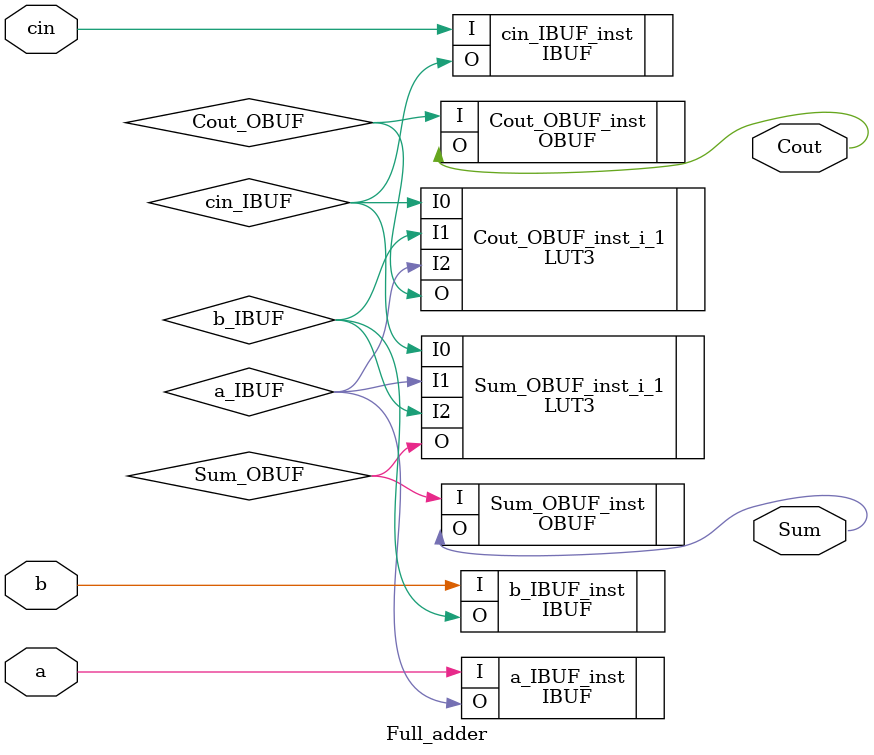
<source format=v>
`timescale 1 ps / 1 ps

(* STRUCTURAL_NETLIST = "yes" *)
module Full_adder
   (a,b,cin,Sum,Cout);
  input a;
  input b;
  input cin;
  output Sum;
  output Cout;

  wire Cout;
  wire Cout_OBUF;
  wire Sum;
  wire Sum_OBUF;
  wire a;
  wire a_IBUF;
  wire b;
  wire b_IBUF;
  wire cin;
  wire cin_IBUF;

    OBUF Cout_OBUF_inst(.I(Cout_OBUF),.O(Cout));
  (* SOFT_HLUTNM = "soft_lutpair0" *) 
  LUT3 #(.INIT(8'hE8)) 
    Cout_OBUF_inst_i_1 (.I0(cin_IBUF),.I1(b_IBUF),.I2(a_IBUF),.O(Cout_OBUF));
    OBUF Sum_OBUF_inst (.I(Sum_OBUF),.O(Sum));
  (* SOFT_HLUTNM = "soft_lutpair0" *) 
  LUT3 #(.INIT(8'h96)) 
    Sum_OBUF_inst_i_1 (.I0(cin_IBUF),.I1(a_IBUF),.I2(b_IBUF),.O(Sum_OBUF));
    IBUF a_IBUF_inst (.I(a),.O(a_IBUF));
    IBUF b_IBUF_inst (.I(b),.O(b_IBUF));
    IBUF cin_IBUF_inst(.I(cin),.O(cin_IBUF));
endmodule

</source>
